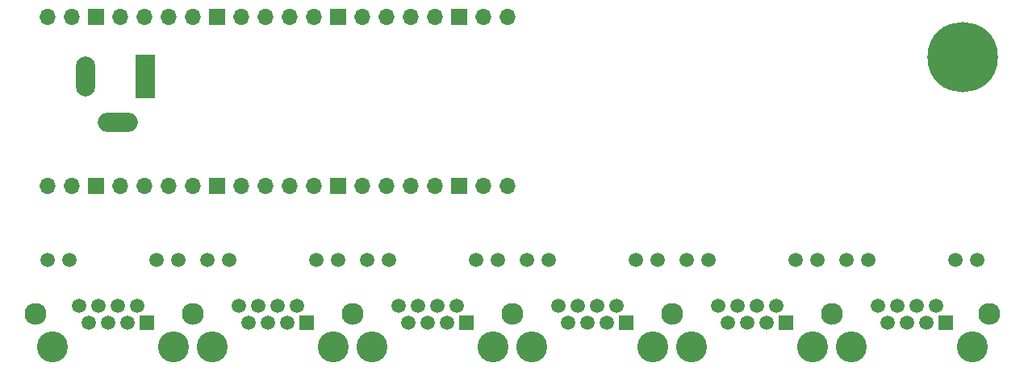
<source format=gts>
%TF.GenerationSoftware,KiCad,Pcbnew,7.0.1*%
%TF.CreationDate,2023-11-21T14:19:22-06:00*%
%TF.ProjectId,Pico Hub V1,5069636f-2048-4756-9220-56312e6b6963,rev?*%
%TF.SameCoordinates,Original*%
%TF.FileFunction,Soldermask,Top*%
%TF.FilePolarity,Negative*%
%FSLAX46Y46*%
G04 Gerber Fmt 4.6, Leading zero omitted, Abs format (unit mm)*
G04 Created by KiCad (PCBNEW 7.0.1) date 2023-11-21 14:19:22*
%MOMM*%
%LPD*%
G01*
G04 APERTURE LIST*
%ADD10C,0.800000*%
%ADD11C,7.400000*%
%ADD12C,3.250000*%
%ADD13R,1.500000X1.500000*%
%ADD14C,1.500000*%
%ADD15C,2.300000*%
%ADD16O,1.700000X1.700000*%
%ADD17R,1.700000X1.700000*%
%ADD18O,4.200000X2.000000*%
%ADD19O,2.000000X4.200000*%
%ADD20R,2.000000X4.600000*%
G04 APERTURE END LIST*
D10*
%TO.C,H1*%
X123225000Y-80000000D03*
D11*
X126000000Y-80000000D03*
D10*
X126000000Y-77225000D03*
X124037779Y-78037779D03*
X124037779Y-81962221D03*
X126000000Y-82775000D03*
X127962221Y-81962221D03*
X128775000Y-80000000D03*
X127962221Y-78037779D03*
%TD*%
D12*
%TO.C,J1*%
X30520000Y-110430000D03*
X43220000Y-110430000D03*
D13*
X40430000Y-107890000D03*
D14*
X39414000Y-106110000D03*
X38398000Y-107890000D03*
X37382000Y-106110000D03*
X36366000Y-107890000D03*
X35350000Y-106110000D03*
X34334000Y-107890000D03*
X33318000Y-106110000D03*
X43730000Y-101290000D03*
X41440000Y-101290000D03*
X32300000Y-101290000D03*
X30010000Y-101290000D03*
D15*
X28740000Y-107000000D03*
%TD*%
D16*
%TO.C,U1*%
X30000000Y-93500000D03*
X32540000Y-93500000D03*
D17*
X35080000Y-93500000D03*
D16*
X37620000Y-93500000D03*
X40160000Y-93500000D03*
X42700000Y-93500000D03*
X45240000Y-93500000D03*
D17*
X47780000Y-93500000D03*
D16*
X50320000Y-93500000D03*
X52860000Y-93500000D03*
X55400000Y-93500000D03*
X57940000Y-93500000D03*
D17*
X60480000Y-93500000D03*
D16*
X63020000Y-93500000D03*
X65560000Y-93500000D03*
X68100000Y-93500000D03*
X70640000Y-93500000D03*
D17*
X73180000Y-93500000D03*
D16*
X75720000Y-93500000D03*
X78260000Y-93500000D03*
X78260000Y-75720000D03*
X75720000Y-75720000D03*
D17*
X73180000Y-75720000D03*
D16*
X70640000Y-75720000D03*
X68100000Y-75720000D03*
X65560000Y-75720000D03*
X63020000Y-75720000D03*
D17*
X60480000Y-75720000D03*
D16*
X57940000Y-75720000D03*
X55400000Y-75720000D03*
X52860000Y-75720000D03*
X50320000Y-75720000D03*
D17*
X47780000Y-75720000D03*
D16*
X45240000Y-75720000D03*
X42700000Y-75720000D03*
X40160000Y-75720000D03*
X37620000Y-75720000D03*
D17*
X35080000Y-75720000D03*
D16*
X32540000Y-75720000D03*
X30000000Y-75720000D03*
%TD*%
D12*
%TO.C,J7*%
X97560000Y-110430000D03*
X110260000Y-110430000D03*
D13*
X107470000Y-107890000D03*
D14*
X106454000Y-106110000D03*
X105438000Y-107890000D03*
X104422000Y-106110000D03*
X103406000Y-107890000D03*
X102390000Y-106110000D03*
X101374000Y-107890000D03*
X100358000Y-106110000D03*
X110770000Y-101290000D03*
X108480000Y-101290000D03*
X99340000Y-101290000D03*
X97050000Y-101290000D03*
D15*
X95530000Y-107000000D03*
%TD*%
%TO.C,J6*%
X112290000Y-107000000D03*
X128800000Y-107000000D03*
D14*
X113810000Y-101290000D03*
X116100000Y-101290000D03*
X125240000Y-101290000D03*
X127530000Y-101290000D03*
X117118000Y-106110000D03*
X118134000Y-107890000D03*
X119150000Y-106110000D03*
X120166000Y-107890000D03*
X121182000Y-106110000D03*
X122198000Y-107890000D03*
X123214000Y-106110000D03*
D13*
X124230000Y-107890000D03*
D12*
X127020000Y-110430000D03*
X114320000Y-110430000D03*
%TD*%
D15*
%TO.C,J5*%
X62010000Y-107000000D03*
D14*
X63530000Y-101290000D03*
X65820000Y-101290000D03*
X74960000Y-101290000D03*
X77250000Y-101290000D03*
X66838000Y-106110000D03*
X67854000Y-107890000D03*
X68870000Y-106110000D03*
X69886000Y-107890000D03*
X70902000Y-106110000D03*
X71918000Y-107890000D03*
X72934000Y-106110000D03*
D13*
X73950000Y-107890000D03*
D12*
X76740000Y-110430000D03*
X64040000Y-110430000D03*
%TD*%
D15*
%TO.C,J4*%
X78770000Y-107000000D03*
D14*
X80290000Y-101290000D03*
X82580000Y-101290000D03*
X91720000Y-101290000D03*
X94010000Y-101290000D03*
X83598000Y-106110000D03*
X84614000Y-107890000D03*
X85630000Y-106110000D03*
X86646000Y-107890000D03*
X87662000Y-106110000D03*
X88678000Y-107890000D03*
X89694000Y-106110000D03*
D13*
X90710000Y-107890000D03*
D12*
X93500000Y-110430000D03*
X80800000Y-110430000D03*
%TD*%
%TO.C,J3*%
X47280000Y-110430000D03*
X59980000Y-110430000D03*
D13*
X57190000Y-107890000D03*
D14*
X56174000Y-106110000D03*
X55158000Y-107890000D03*
X54142000Y-106110000D03*
X53126000Y-107890000D03*
X52110000Y-106110000D03*
X51094000Y-107890000D03*
X50078000Y-106110000D03*
X60490000Y-101290000D03*
X58200000Y-101290000D03*
X49060000Y-101290000D03*
X46770000Y-101290000D03*
D15*
X45250000Y-107000000D03*
%TD*%
D18*
%TO.C,J2*%
X37400000Y-86800000D03*
D19*
X34000000Y-82000000D03*
D20*
X40300000Y-82000000D03*
%TD*%
M02*

</source>
